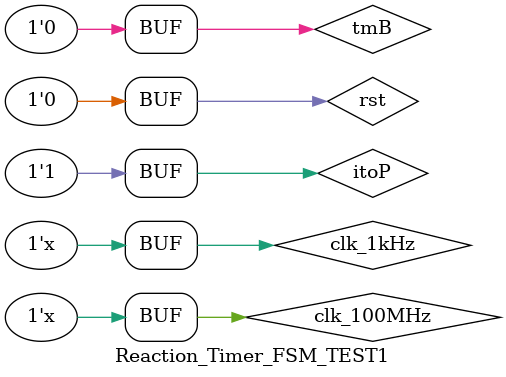
<source format=v>
`timescale 1ns / 1ps

module Reaction_Timer_FSM_TEST1(

    );
    
    reg clk_100MHz, clk_1kHz, rst, itoP, tmB;
    wire [15:0] le;
    //wire [13:12] leu;
    //wire [15:14] let;
    //wire [11:10] lev;
    wire [7:0] ssdA;
    wire [6:0] ssdC;
    wire [3:0] st;
    wire [3:0] nSt;
    wire [31:0] pcount;
    wire [3:0] CA;
    wire [3:0] CB;
    wire [3:0] CC;
    wire [3:0] CD;
    wire clk_1khzt;
    //wire itoP_RE;
    reactiontimerFSM UUT (
        .clk(clk_100MHz),
        .dclk(clk_1kHz),
        .reset(rst),
        .idletoPrep(itoP),
        .testmodeBtn(tmB),
        .led(le),
        .ssdAnode(ssdA),
        .ssdCathode(ssdC),
        .state(st),
        .nextState(nSt),
        .prepCounter(pcount),
        .counter_a(CA),
        .counter_b(CB),
        .counter_c(CC),
        .counter_d(CD),
        .clk_1Hzt(clk_1khzt)
    );
        
        
    always begin
        #5
        clk_100MHz = ~clk_100MHz;
    end
    
    always begin 
        #500_000
        clk_1kHz = ~clk_1kHz;
    end
    
    initial begin
        clk_100MHz = 1;
        clk_1kHz = 1;
        rst = 0;
        itoP = 0;
        tmB = 0;
        #50
        itoP = 1;
        
        #20
        itoP = 0;
        
        #50 
        itoP = 1;
        
        
        #412294524 //result using 550 is a time of 90ns, this hsould be 1090ns
        tmB = 1;
        #20
        tmB = 0;
    end
endmodule

</source>
